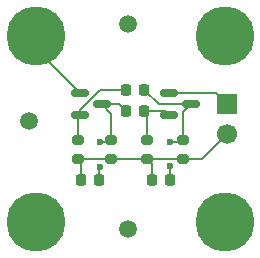
<source format=gbr>
%TF.GenerationSoftware,KiCad,Pcbnew,9.0.5*%
%TF.CreationDate,2025-10-23T10:34:40+02:00*%
%TF.ProjectId,BJT_astable_multivibrator,424a545f-6173-4746-9162-6c655f6d756c,rev?*%
%TF.SameCoordinates,Original*%
%TF.FileFunction,Copper,L1,Top*%
%TF.FilePolarity,Positive*%
%FSLAX46Y46*%
G04 Gerber Fmt 4.6, Leading zero omitted, Abs format (unit mm)*
G04 Created by KiCad (PCBNEW 9.0.5) date 2025-10-23 10:34:40*
%MOMM*%
%LPD*%
G01*
G04 APERTURE LIST*
G04 Aperture macros list*
%AMRoundRect*
0 Rectangle with rounded corners*
0 $1 Rounding radius*
0 $2 $3 $4 $5 $6 $7 $8 $9 X,Y pos of 4 corners*
0 Add a 4 corners polygon primitive as box body*
4,1,4,$2,$3,$4,$5,$6,$7,$8,$9,$2,$3,0*
0 Add four circle primitives for the rounded corners*
1,1,$1+$1,$2,$3*
1,1,$1+$1,$4,$5*
1,1,$1+$1,$6,$7*
1,1,$1+$1,$8,$9*
0 Add four rect primitives between the rounded corners*
20,1,$1+$1,$2,$3,$4,$5,0*
20,1,$1+$1,$4,$5,$6,$7,0*
20,1,$1+$1,$6,$7,$8,$9,0*
20,1,$1+$1,$8,$9,$2,$3,0*%
G04 Aperture macros list end*
%TA.AperFunction,ComponentPad*%
%ADD10C,5.000000*%
%TD*%
%TA.AperFunction,ComponentPad*%
%ADD11R,1.700000X1.700000*%
%TD*%
%TA.AperFunction,ComponentPad*%
%ADD12C,1.700000*%
%TD*%
%TA.AperFunction,SMDPad,CuDef*%
%ADD13RoundRect,0.150000X-0.587500X-0.150000X0.587500X-0.150000X0.587500X0.150000X-0.587500X0.150000X0*%
%TD*%
%TA.AperFunction,SMDPad,CuDef*%
%ADD14C,1.500000*%
%TD*%
%TA.AperFunction,SMDPad,CuDef*%
%ADD15RoundRect,0.200000X0.275000X-0.200000X0.275000X0.200000X-0.275000X0.200000X-0.275000X-0.200000X0*%
%TD*%
%TA.AperFunction,SMDPad,CuDef*%
%ADD16RoundRect,0.218750X0.218750X0.256250X-0.218750X0.256250X-0.218750X-0.256250X0.218750X-0.256250X0*%
%TD*%
%TA.AperFunction,SMDPad,CuDef*%
%ADD17RoundRect,0.225000X0.225000X0.250000X-0.225000X0.250000X-0.225000X-0.250000X0.225000X-0.250000X0*%
%TD*%
%TA.AperFunction,ViaPad*%
%ADD18C,0.600000*%
%TD*%
%TA.AperFunction,Conductor*%
%ADD19C,0.200000*%
%TD*%
G04 APERTURE END LIST*
D10*
%TO.P,H4,1,1*%
%TO.N,GND*%
X122000000Y-85400000D03*
%TD*%
%TO.P,H1,1,1*%
%TO.N,GND*%
X122000000Y-69600000D03*
%TD*%
D11*
%TO.P,J1,1,Pin_1*%
%TO.N,GND*%
X138200000Y-75400000D03*
D12*
%TO.P,J1,2,Pin_2*%
%TO.N,VCC*%
X138200000Y-77940000D03*
%TD*%
D13*
%TO.P,Q1,1,E*%
%TO.N,GND*%
X133262500Y-74450000D03*
%TO.P,Q1,2,B*%
%TO.N,bjt_1*%
X133262500Y-76350000D03*
%TO.P,Q1,3,C*%
%TO.N,Net-(D1-K)*%
X135137500Y-75400000D03*
%TD*%
D10*
%TO.P,H2,1,1*%
%TO.N,GND*%
X138000000Y-69600000D03*
%TD*%
D14*
%TO.P,FID4,*%
%TO.N,*%
X121400000Y-76800000D03*
%TD*%
%TO.P,FID3,*%
%TO.N,*%
X129800000Y-86000000D03*
%TD*%
D13*
%TO.P,Q2,1,E*%
%TO.N,GND*%
X125725000Y-74450000D03*
%TO.P,Q2,2,B*%
%TO.N,bjt_2*%
X125725000Y-76350000D03*
%TO.P,Q2,3,C*%
%TO.N,Net-(D2-K)*%
X127600000Y-75400000D03*
%TD*%
D15*
%TO.P,R1,1*%
%TO.N,VCC*%
X134443322Y-80050000D03*
%TO.P,R1,2*%
%TO.N,Net-(D1-K)*%
X134443322Y-78400000D03*
%TD*%
%TO.P,R2,1*%
%TO.N,VCC*%
X125600000Y-80075000D03*
%TO.P,R2,2*%
%TO.N,bjt_2*%
X125600000Y-78425000D03*
%TD*%
D10*
%TO.P,H3,1,1*%
%TO.N,GND*%
X138000000Y-85400000D03*
%TD*%
D14*
%TO.P,FID1,*%
%TO.N,*%
X129800000Y-68600000D03*
%TD*%
D15*
%TO.P,R4,1*%
%TO.N,VCC*%
X128400000Y-80075000D03*
%TO.P,R4,2*%
%TO.N,Net-(D2-K)*%
X128400000Y-78425000D03*
%TD*%
D16*
%TO.P,D1,1,K*%
%TO.N,Net-(D1-K)*%
X133387500Y-81800000D03*
%TO.P,D1,2,A*%
%TO.N,VCC*%
X131812500Y-81800000D03*
%TD*%
D17*
%TO.P,C2,1*%
%TO.N,bjt_1*%
X131175000Y-76000000D03*
%TO.P,C2,2*%
%TO.N,Net-(D2-K)*%
X129625000Y-76000000D03*
%TD*%
D15*
%TO.P,R3,1*%
%TO.N,VCC*%
X131400000Y-80050000D03*
%TO.P,R3,2*%
%TO.N,bjt_1*%
X131400000Y-78400000D03*
%TD*%
D17*
%TO.P,C1,1*%
%TO.N,Net-(D1-K)*%
X131200000Y-74200000D03*
%TO.P,C1,2*%
%TO.N,bjt_2*%
X129650000Y-74200000D03*
%TD*%
D16*
%TO.P,D2,1,K*%
%TO.N,Net-(D2-K)*%
X127387500Y-81800000D03*
%TO.P,D2,2,A*%
%TO.N,VCC*%
X125812500Y-81800000D03*
%TD*%
D18*
%TO.N,Net-(D1-K)*%
X133400000Y-78600000D03*
X133400000Y-80650000D03*
%TO.N,Net-(D2-K)*%
X127400000Y-78600000D03*
X127400000Y-80675000D03*
%TD*%
D19*
%TO.N,Net-(D1-K)*%
X133387500Y-80662500D02*
X133400000Y-80650000D01*
X135137500Y-75400000D02*
X132400000Y-75400000D01*
X133400000Y-78600000D02*
X134243322Y-78600000D01*
X134243322Y-78600000D02*
X134443322Y-78400000D01*
X133387500Y-81800000D02*
X133387500Y-80662500D01*
X132400000Y-75400000D02*
X131200000Y-74200000D01*
X134443322Y-76094178D02*
X134443322Y-78400000D01*
X135137500Y-75400000D02*
X134443322Y-76094178D01*
%TO.N,VCC*%
X128400000Y-80075000D02*
X131375000Y-80075000D01*
X125812500Y-80287500D02*
X125600000Y-80075000D01*
X126187500Y-81425000D02*
X125812500Y-81800000D01*
X125600000Y-80075000D02*
X128400000Y-80075000D01*
X131812500Y-81800000D02*
X131812500Y-80462500D01*
X131812500Y-80462500D02*
X131400000Y-80050000D01*
X134443322Y-80050000D02*
X136090000Y-80050000D01*
X131375000Y-80075000D02*
X131400000Y-80050000D01*
X131400000Y-80050000D02*
X134443322Y-80050000D01*
X136090000Y-80050000D02*
X138200000Y-77940000D01*
X125812500Y-81800000D02*
X125812500Y-80287500D01*
%TO.N,bjt_2*%
X129650000Y-74200000D02*
X127420532Y-74200000D01*
X125725000Y-75895532D02*
X125725000Y-76350000D01*
X125600000Y-76475000D02*
X125725000Y-76350000D01*
X127420532Y-74200000D02*
X125725000Y-75895532D01*
X125600000Y-78425000D02*
X125600000Y-76475000D01*
%TO.N,bjt_1*%
X131400000Y-78400000D02*
X131400000Y-76225000D01*
X131175000Y-76000000D02*
X132912500Y-76000000D01*
X131400000Y-76225000D02*
X131175000Y-76000000D01*
X132912500Y-76000000D02*
X133262500Y-76350000D01*
%TO.N,Net-(D2-K)*%
X128400000Y-76200000D02*
X127600000Y-75400000D01*
X129025000Y-75400000D02*
X129625000Y-76000000D01*
X128400000Y-78425000D02*
X128400000Y-76200000D01*
X127387500Y-80687500D02*
X127400000Y-80675000D01*
X127600000Y-75400000D02*
X129025000Y-75400000D01*
X127400000Y-78600000D02*
X128225000Y-78600000D01*
X127387500Y-81800000D02*
X127387500Y-80687500D01*
X128225000Y-78600000D02*
X128400000Y-78425000D01*
%TO.N,GND*%
X125725000Y-74450000D02*
X122000000Y-70725000D01*
X137250000Y-74450000D02*
X138200000Y-75400000D01*
X133262500Y-74450000D02*
X137250000Y-74450000D01*
X122000000Y-70725000D02*
X122000000Y-69600000D01*
%TD*%
M02*

</source>
